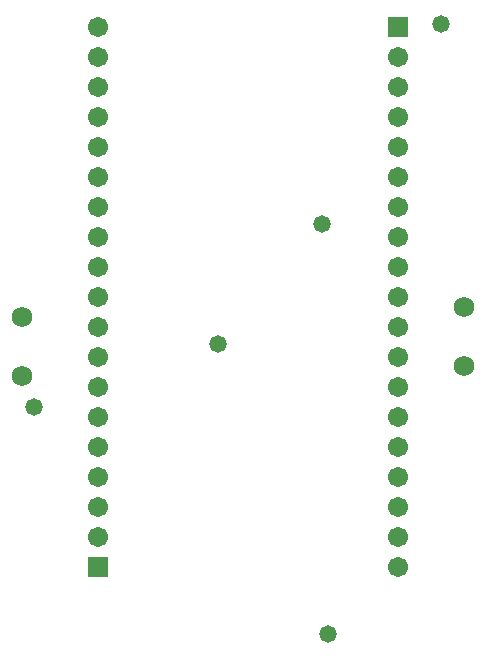
<source format=gbs>
G04*
G04 #@! TF.GenerationSoftware,Altium Limited,Altium Designer,21.4.1 (30)*
G04*
G04 Layer_Color=16711935*
%FSLAX25Y25*%
%MOIN*%
G70*
G04*
G04 #@! TF.SameCoordinates,14F4F737-F107-41AB-BACD-CDD85754C322*
G04*
G04*
G04 #@! TF.FilePolarity,Negative*
G04*
G01*
G75*
%ADD26C,0.06706*%
%ADD32R,0.06706X0.06706*%
%ADD33C,0.06800*%
%ADD34C,0.05800*%
D26*
X388000Y226000D02*
D03*
Y236000D02*
D03*
Y246000D02*
D03*
Y256000D02*
D03*
Y266000D02*
D03*
Y276000D02*
D03*
Y286000D02*
D03*
Y296000D02*
D03*
Y306000D02*
D03*
Y316000D02*
D03*
Y326000D02*
D03*
Y336000D02*
D03*
Y346000D02*
D03*
Y356000D02*
D03*
Y366000D02*
D03*
Y376000D02*
D03*
Y386000D02*
D03*
Y396000D02*
D03*
X288000Y406000D02*
D03*
Y396000D02*
D03*
Y386000D02*
D03*
Y376000D02*
D03*
Y366000D02*
D03*
Y356000D02*
D03*
Y346000D02*
D03*
Y336000D02*
D03*
Y326000D02*
D03*
Y316000D02*
D03*
Y306000D02*
D03*
Y296000D02*
D03*
Y286000D02*
D03*
Y276000D02*
D03*
Y266000D02*
D03*
Y256000D02*
D03*
Y246000D02*
D03*
Y236000D02*
D03*
D32*
X388000Y406000D02*
D03*
X288000Y226000D02*
D03*
D33*
X262500Y289815D02*
D03*
Y309500D02*
D03*
X410000Y293000D02*
D03*
Y312685D02*
D03*
D34*
X364700Y203900D02*
D03*
X266740Y279340D02*
D03*
X362700Y340500D02*
D03*
X402300Y407000D02*
D03*
X327800Y300500D02*
D03*
M02*

</source>
